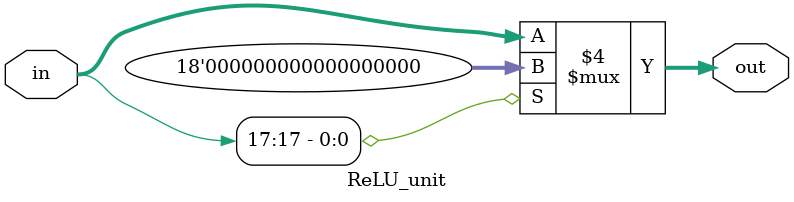
<source format=v>
`timescale 1ns / 1ps

module ReLU_unit#(parameter WIDTH = 9)
(
    input signed [2*WIDTH-1:0] in,
    output [2*WIDTH-1:0] out
);

always@(*)
begin
    if (in[2*WIDTH-1] == 1)
        out <= 0;
    else
        out <= in;
end
endmodule
</source>
